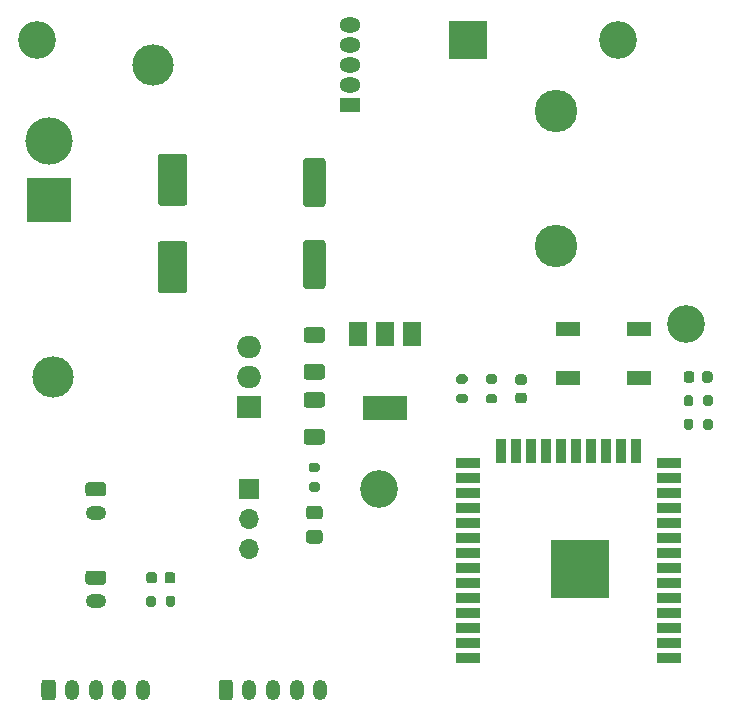
<source format=gbr>
G04 #@! TF.GenerationSoftware,KiCad,Pcbnew,(5.1.10)-1*
G04 #@! TF.CreationDate,2021-09-08T13:47:50+09:00*
G04 #@! TF.ProjectId,driver_v0.3,64726976-6572-45f7-9630-2e332e6b6963,rev?*
G04 #@! TF.SameCoordinates,Original*
G04 #@! TF.FileFunction,Soldermask,Top*
G04 #@! TF.FilePolarity,Negative*
%FSLAX46Y46*%
G04 Gerber Fmt 4.6, Leading zero omitted, Abs format (unit mm)*
G04 Created by KiCad (PCBNEW (5.1.10)-1) date 2021-09-08 13:47:50*
%MOMM*%
%LPD*%
G01*
G04 APERTURE LIST*
%ADD10C,3.200000*%
%ADD11O,1.800000X1.275000*%
%ADD12R,1.800000X1.275000*%
%ADD13O,3.500000X3.500000*%
%ADD14R,1.500000X2.000000*%
%ADD15R,3.800000X2.000000*%
%ADD16R,2.000000X0.900000*%
%ADD17R,0.900000X2.000000*%
%ADD18R,5.000000X5.000000*%
%ADD19R,2.000000X1.300000*%
%ADD20O,2.000000X1.905000*%
%ADD21R,2.000000X1.905000*%
%ADD22C,3.600000*%
%ADD23O,1.750000X1.200000*%
%ADD24O,1.200000X1.750000*%
%ADD25C,4.000000*%
%ADD26R,3.800000X3.800000*%
%ADD27O,1.700000X1.700000*%
%ADD28R,1.700000X1.700000*%
%ADD29O,3.200000X3.200000*%
%ADD30R,3.200000X3.200000*%
G04 APERTURE END LIST*
D10*
X34000000Y-43000000D03*
X60000000Y-29000000D03*
X5000000Y-5000000D03*
D11*
X31500000Y-3700000D03*
X31500000Y-5400000D03*
X31500000Y-7100000D03*
X31500000Y-8800000D03*
D12*
X31500000Y-10500000D03*
D13*
X14840000Y-7100000D03*
D14*
X36800000Y-29850000D03*
X32200000Y-29850000D03*
X34500000Y-29850000D03*
D15*
X34500000Y-36150000D03*
D16*
X41500000Y-57255000D03*
X41500000Y-55985000D03*
X41500000Y-54715000D03*
X41500000Y-53445000D03*
X41500000Y-52175000D03*
X41500000Y-50905000D03*
X41500000Y-49635000D03*
X41500000Y-48365000D03*
X41500000Y-47095000D03*
X41500000Y-45825000D03*
X41500000Y-44555000D03*
X41500000Y-43285000D03*
X41500000Y-42015000D03*
X41500000Y-40745000D03*
D17*
X44285000Y-39745000D03*
X45555000Y-39745000D03*
X46825000Y-39745000D03*
X48095000Y-39745000D03*
X49365000Y-39745000D03*
X50635000Y-39745000D03*
X51905000Y-39745000D03*
X53175000Y-39745000D03*
X54445000Y-39745000D03*
X55715000Y-39745000D03*
D16*
X58500000Y-40745000D03*
X58500000Y-42015000D03*
X58500000Y-43285000D03*
X58500000Y-44555000D03*
X58500000Y-45825000D03*
X58500000Y-47095000D03*
X58500000Y-48365000D03*
X58500000Y-49635000D03*
X58500000Y-50905000D03*
X58500000Y-52175000D03*
X58500000Y-53445000D03*
X58500000Y-54715000D03*
X58500000Y-55985000D03*
X58500000Y-57255000D03*
D18*
X51000000Y-49755000D03*
D19*
X50000000Y-33550000D03*
X50000000Y-29450000D03*
X56000000Y-33550000D03*
X56000000Y-29450000D03*
G36*
G01*
X28775000Y-41575000D02*
X28225000Y-41575000D01*
G75*
G02*
X28025000Y-41375000I0J200000D01*
G01*
X28025000Y-40975000D01*
G75*
G02*
X28225000Y-40775000I200000J0D01*
G01*
X28775000Y-40775000D01*
G75*
G02*
X28975000Y-40975000I0J-200000D01*
G01*
X28975000Y-41375000D01*
G75*
G02*
X28775000Y-41575000I-200000J0D01*
G01*
G37*
G36*
G01*
X28775000Y-43225000D02*
X28225000Y-43225000D01*
G75*
G02*
X28025000Y-43025000I0J200000D01*
G01*
X28025000Y-42625000D01*
G75*
G02*
X28225000Y-42425000I200000J0D01*
G01*
X28775000Y-42425000D01*
G75*
G02*
X28975000Y-42625000I0J-200000D01*
G01*
X28975000Y-43025000D01*
G75*
G02*
X28775000Y-43225000I-200000J0D01*
G01*
G37*
G36*
G01*
X15075000Y-52225000D02*
X15075000Y-52775000D01*
G75*
G02*
X14875000Y-52975000I-200000J0D01*
G01*
X14475000Y-52975000D01*
G75*
G02*
X14275000Y-52775000I0J200000D01*
G01*
X14275000Y-52225000D01*
G75*
G02*
X14475000Y-52025000I200000J0D01*
G01*
X14875000Y-52025000D01*
G75*
G02*
X15075000Y-52225000I0J-200000D01*
G01*
G37*
G36*
G01*
X16725000Y-52225000D02*
X16725000Y-52775000D01*
G75*
G02*
X16525000Y-52975000I-200000J0D01*
G01*
X16125000Y-52975000D01*
G75*
G02*
X15925000Y-52775000I0J200000D01*
G01*
X15925000Y-52225000D01*
G75*
G02*
X16125000Y-52025000I200000J0D01*
G01*
X16525000Y-52025000D01*
G75*
G02*
X16725000Y-52225000I0J-200000D01*
G01*
G37*
G36*
G01*
X43775000Y-34075000D02*
X43225000Y-34075000D01*
G75*
G02*
X43025000Y-33875000I0J200000D01*
G01*
X43025000Y-33475000D01*
G75*
G02*
X43225000Y-33275000I200000J0D01*
G01*
X43775000Y-33275000D01*
G75*
G02*
X43975000Y-33475000I0J-200000D01*
G01*
X43975000Y-33875000D01*
G75*
G02*
X43775000Y-34075000I-200000J0D01*
G01*
G37*
G36*
G01*
X43775000Y-35725000D02*
X43225000Y-35725000D01*
G75*
G02*
X43025000Y-35525000I0J200000D01*
G01*
X43025000Y-35125000D01*
G75*
G02*
X43225000Y-34925000I200000J0D01*
G01*
X43775000Y-34925000D01*
G75*
G02*
X43975000Y-35125000I0J-200000D01*
G01*
X43975000Y-35525000D01*
G75*
G02*
X43775000Y-35725000I-200000J0D01*
G01*
G37*
G36*
G01*
X60575000Y-35225000D02*
X60575000Y-35775000D01*
G75*
G02*
X60375000Y-35975000I-200000J0D01*
G01*
X59975000Y-35975000D01*
G75*
G02*
X59775000Y-35775000I0J200000D01*
G01*
X59775000Y-35225000D01*
G75*
G02*
X59975000Y-35025000I200000J0D01*
G01*
X60375000Y-35025000D01*
G75*
G02*
X60575000Y-35225000I0J-200000D01*
G01*
G37*
G36*
G01*
X62225000Y-35225000D02*
X62225000Y-35775000D01*
G75*
G02*
X62025000Y-35975000I-200000J0D01*
G01*
X61625000Y-35975000D01*
G75*
G02*
X61425000Y-35775000I0J200000D01*
G01*
X61425000Y-35225000D01*
G75*
G02*
X61625000Y-35025000I200000J0D01*
G01*
X62025000Y-35025000D01*
G75*
G02*
X62225000Y-35225000I0J-200000D01*
G01*
G37*
G36*
G01*
X40725000Y-34925000D02*
X41275000Y-34925000D01*
G75*
G02*
X41475000Y-35125000I0J-200000D01*
G01*
X41475000Y-35525000D01*
G75*
G02*
X41275000Y-35725000I-200000J0D01*
G01*
X40725000Y-35725000D01*
G75*
G02*
X40525000Y-35525000I0J200000D01*
G01*
X40525000Y-35125000D01*
G75*
G02*
X40725000Y-34925000I200000J0D01*
G01*
G37*
G36*
G01*
X40725000Y-33275000D02*
X41275000Y-33275000D01*
G75*
G02*
X41475000Y-33475000I0J-200000D01*
G01*
X41475000Y-33875000D01*
G75*
G02*
X41275000Y-34075000I-200000J0D01*
G01*
X40725000Y-34075000D01*
G75*
G02*
X40525000Y-33875000I0J200000D01*
G01*
X40525000Y-33475000D01*
G75*
G02*
X40725000Y-33275000I200000J0D01*
G01*
G37*
G36*
G01*
X61425000Y-37775000D02*
X61425000Y-37225000D01*
G75*
G02*
X61625000Y-37025000I200000J0D01*
G01*
X62025000Y-37025000D01*
G75*
G02*
X62225000Y-37225000I0J-200000D01*
G01*
X62225000Y-37775000D01*
G75*
G02*
X62025000Y-37975000I-200000J0D01*
G01*
X61625000Y-37975000D01*
G75*
G02*
X61425000Y-37775000I0J200000D01*
G01*
G37*
G36*
G01*
X59775000Y-37775000D02*
X59775000Y-37225000D01*
G75*
G02*
X59975000Y-37025000I200000J0D01*
G01*
X60375000Y-37025000D01*
G75*
G02*
X60575000Y-37225000I0J-200000D01*
G01*
X60575000Y-37775000D01*
G75*
G02*
X60375000Y-37975000I-200000J0D01*
G01*
X59975000Y-37975000D01*
G75*
G02*
X59775000Y-37775000I0J200000D01*
G01*
G37*
D20*
X23000000Y-30920000D03*
X23000000Y-33460000D03*
D21*
X23000000Y-36000000D03*
D13*
X6340000Y-33460000D03*
D22*
X49000000Y-22440000D03*
X49000000Y-11000000D03*
D23*
X10000000Y-45000000D03*
G36*
G01*
X9374999Y-42400000D02*
X10625001Y-42400000D01*
G75*
G02*
X10875000Y-42649999I0J-249999D01*
G01*
X10875000Y-43350001D01*
G75*
G02*
X10625001Y-43600000I-249999J0D01*
G01*
X9374999Y-43600000D01*
G75*
G02*
X9125000Y-43350001I0J249999D01*
G01*
X9125000Y-42649999D01*
G75*
G02*
X9374999Y-42400000I249999J0D01*
G01*
G37*
D24*
X14000000Y-60000000D03*
X12000000Y-60000000D03*
X10000000Y-60000000D03*
X8000000Y-60000000D03*
G36*
G01*
X5400000Y-60625001D02*
X5400000Y-59374999D01*
G75*
G02*
X5649999Y-59125000I249999J0D01*
G01*
X6350001Y-59125000D01*
G75*
G02*
X6600000Y-59374999I0J-249999D01*
G01*
X6600000Y-60625001D01*
G75*
G02*
X6350001Y-60875000I-249999J0D01*
G01*
X5649999Y-60875000D01*
G75*
G02*
X5400000Y-60625001I0J249999D01*
G01*
G37*
D23*
X10000000Y-52500000D03*
G36*
G01*
X9374999Y-49900000D02*
X10625001Y-49900000D01*
G75*
G02*
X10875000Y-50149999I0J-249999D01*
G01*
X10875000Y-50850001D01*
G75*
G02*
X10625001Y-51100000I-249999J0D01*
G01*
X9374999Y-51100000D01*
G75*
G02*
X9125000Y-50850001I0J249999D01*
G01*
X9125000Y-50149999D01*
G75*
G02*
X9374999Y-49900000I249999J0D01*
G01*
G37*
D24*
X29000000Y-60000000D03*
X27000000Y-60000000D03*
X25000000Y-60000000D03*
X23000000Y-60000000D03*
G36*
G01*
X20400000Y-60625001D02*
X20400000Y-59374999D01*
G75*
G02*
X20649999Y-59125000I249999J0D01*
G01*
X21350001Y-59125000D01*
G75*
G02*
X21600000Y-59374999I0J-249999D01*
G01*
X21600000Y-60625001D01*
G75*
G02*
X21350001Y-60875000I-249999J0D01*
G01*
X20649999Y-60875000D01*
G75*
G02*
X20400000Y-60625001I0J249999D01*
G01*
G37*
D25*
X6000000Y-13500000D03*
D26*
X6000000Y-18500000D03*
D27*
X23000000Y-48080000D03*
X23000000Y-45540000D03*
D28*
X23000000Y-43000000D03*
D29*
X54200000Y-5000000D03*
D30*
X41500000Y-5000000D03*
G36*
G01*
X28049999Y-46450000D02*
X28950001Y-46450000D01*
G75*
G02*
X29200000Y-46699999I0J-249999D01*
G01*
X29200000Y-47350001D01*
G75*
G02*
X28950001Y-47600000I-249999J0D01*
G01*
X28049999Y-47600000D01*
G75*
G02*
X27800000Y-47350001I0J249999D01*
G01*
X27800000Y-46699999D01*
G75*
G02*
X28049999Y-46450000I249999J0D01*
G01*
G37*
G36*
G01*
X28049999Y-44400000D02*
X28950001Y-44400000D01*
G75*
G02*
X29200000Y-44649999I0J-249999D01*
G01*
X29200000Y-45300001D01*
G75*
G02*
X28950001Y-45550000I-249999J0D01*
G01*
X28049999Y-45550000D01*
G75*
G02*
X27800000Y-45300001I0J249999D01*
G01*
X27800000Y-44649999D01*
G75*
G02*
X28049999Y-44400000I249999J0D01*
G01*
G37*
G36*
G01*
X29150001Y-36100000D02*
X27849999Y-36100000D01*
G75*
G02*
X27600000Y-35850001I0J249999D01*
G01*
X27600000Y-35024999D01*
G75*
G02*
X27849999Y-34775000I249999J0D01*
G01*
X29150001Y-34775000D01*
G75*
G02*
X29400000Y-35024999I0J-249999D01*
G01*
X29400000Y-35850001D01*
G75*
G02*
X29150001Y-36100000I-249999J0D01*
G01*
G37*
G36*
G01*
X29150001Y-39225000D02*
X27849999Y-39225000D01*
G75*
G02*
X27600000Y-38975001I0J249999D01*
G01*
X27600000Y-38149999D01*
G75*
G02*
X27849999Y-37900000I249999J0D01*
G01*
X29150001Y-37900000D01*
G75*
G02*
X29400000Y-38149999I0J-249999D01*
G01*
X29400000Y-38975001D01*
G75*
G02*
X29150001Y-39225000I-249999J0D01*
G01*
G37*
G36*
G01*
X27849999Y-32400000D02*
X29150001Y-32400000D01*
G75*
G02*
X29400000Y-32649999I0J-249999D01*
G01*
X29400000Y-33475001D01*
G75*
G02*
X29150001Y-33725000I-249999J0D01*
G01*
X27849999Y-33725000D01*
G75*
G02*
X27600000Y-33475001I0J249999D01*
G01*
X27600000Y-32649999D01*
G75*
G02*
X27849999Y-32400000I249999J0D01*
G01*
G37*
G36*
G01*
X27849999Y-29275000D02*
X29150001Y-29275000D01*
G75*
G02*
X29400000Y-29524999I0J-249999D01*
G01*
X29400000Y-30350001D01*
G75*
G02*
X29150001Y-30600000I-249999J0D01*
G01*
X27849999Y-30600000D01*
G75*
G02*
X27600000Y-30350001I0J249999D01*
G01*
X27600000Y-29524999D01*
G75*
G02*
X27849999Y-29275000I249999J0D01*
G01*
G37*
G36*
G01*
X27800000Y-21900000D02*
X29200000Y-21900000D01*
G75*
G02*
X29450000Y-22150000I0J-250000D01*
G01*
X29450000Y-25800000D01*
G75*
G02*
X29200000Y-26050000I-250000J0D01*
G01*
X27800000Y-26050000D01*
G75*
G02*
X27550000Y-25800000I0J250000D01*
G01*
X27550000Y-22150000D01*
G75*
G02*
X27800000Y-21900000I250000J0D01*
G01*
G37*
G36*
G01*
X27800000Y-14950000D02*
X29200000Y-14950000D01*
G75*
G02*
X29450000Y-15200000I0J-250000D01*
G01*
X29450000Y-18850000D01*
G75*
G02*
X29200000Y-19100000I-250000J0D01*
G01*
X27800000Y-19100000D01*
G75*
G02*
X27550000Y-18850000I0J250000D01*
G01*
X27550000Y-15200000D01*
G75*
G02*
X27800000Y-14950000I250000J0D01*
G01*
G37*
G36*
G01*
X15500000Y-22000000D02*
X17500000Y-22000000D01*
G75*
G02*
X17750000Y-22250000I0J-250000D01*
G01*
X17750000Y-26150000D01*
G75*
G02*
X17500000Y-26400000I-250000J0D01*
G01*
X15500000Y-26400000D01*
G75*
G02*
X15250000Y-26150000I0J250000D01*
G01*
X15250000Y-22250000D01*
G75*
G02*
X15500000Y-22000000I250000J0D01*
G01*
G37*
G36*
G01*
X15500000Y-14600000D02*
X17500000Y-14600000D01*
G75*
G02*
X17750000Y-14850000I0J-250000D01*
G01*
X17750000Y-18750000D01*
G75*
G02*
X17500000Y-19000000I-250000J0D01*
G01*
X15500000Y-19000000D01*
G75*
G02*
X15250000Y-18750000I0J250000D01*
G01*
X15250000Y-14850000D01*
G75*
G02*
X15500000Y-14600000I250000J0D01*
G01*
G37*
G36*
G01*
X45750000Y-34825000D02*
X46250000Y-34825000D01*
G75*
G02*
X46475000Y-35050000I0J-225000D01*
G01*
X46475000Y-35500000D01*
G75*
G02*
X46250000Y-35725000I-225000J0D01*
G01*
X45750000Y-35725000D01*
G75*
G02*
X45525000Y-35500000I0J225000D01*
G01*
X45525000Y-35050000D01*
G75*
G02*
X45750000Y-34825000I225000J0D01*
G01*
G37*
G36*
G01*
X45750000Y-33275000D02*
X46250000Y-33275000D01*
G75*
G02*
X46475000Y-33500000I0J-225000D01*
G01*
X46475000Y-33950000D01*
G75*
G02*
X46250000Y-34175000I-225000J0D01*
G01*
X45750000Y-34175000D01*
G75*
G02*
X45525000Y-33950000I0J225000D01*
G01*
X45525000Y-33500000D01*
G75*
G02*
X45750000Y-33275000I225000J0D01*
G01*
G37*
G36*
G01*
X61325000Y-33750000D02*
X61325000Y-33250000D01*
G75*
G02*
X61550000Y-33025000I225000J0D01*
G01*
X62000000Y-33025000D01*
G75*
G02*
X62225000Y-33250000I0J-225000D01*
G01*
X62225000Y-33750000D01*
G75*
G02*
X62000000Y-33975000I-225000J0D01*
G01*
X61550000Y-33975000D01*
G75*
G02*
X61325000Y-33750000I0J225000D01*
G01*
G37*
G36*
G01*
X59775000Y-33750000D02*
X59775000Y-33250000D01*
G75*
G02*
X60000000Y-33025000I225000J0D01*
G01*
X60450000Y-33025000D01*
G75*
G02*
X60675000Y-33250000I0J-225000D01*
G01*
X60675000Y-33750000D01*
G75*
G02*
X60450000Y-33975000I-225000J0D01*
G01*
X60000000Y-33975000D01*
G75*
G02*
X59775000Y-33750000I0J225000D01*
G01*
G37*
G36*
G01*
X15175000Y-50250000D02*
X15175000Y-50750000D01*
G75*
G02*
X14950000Y-50975000I-225000J0D01*
G01*
X14500000Y-50975000D01*
G75*
G02*
X14275000Y-50750000I0J225000D01*
G01*
X14275000Y-50250000D01*
G75*
G02*
X14500000Y-50025000I225000J0D01*
G01*
X14950000Y-50025000D01*
G75*
G02*
X15175000Y-50250000I0J-225000D01*
G01*
G37*
G36*
G01*
X16725000Y-50250000D02*
X16725000Y-50750000D01*
G75*
G02*
X16500000Y-50975000I-225000J0D01*
G01*
X16050000Y-50975000D01*
G75*
G02*
X15825000Y-50750000I0J225000D01*
G01*
X15825000Y-50250000D01*
G75*
G02*
X16050000Y-50025000I225000J0D01*
G01*
X16500000Y-50025000D01*
G75*
G02*
X16725000Y-50250000I0J-225000D01*
G01*
G37*
M02*

</source>
